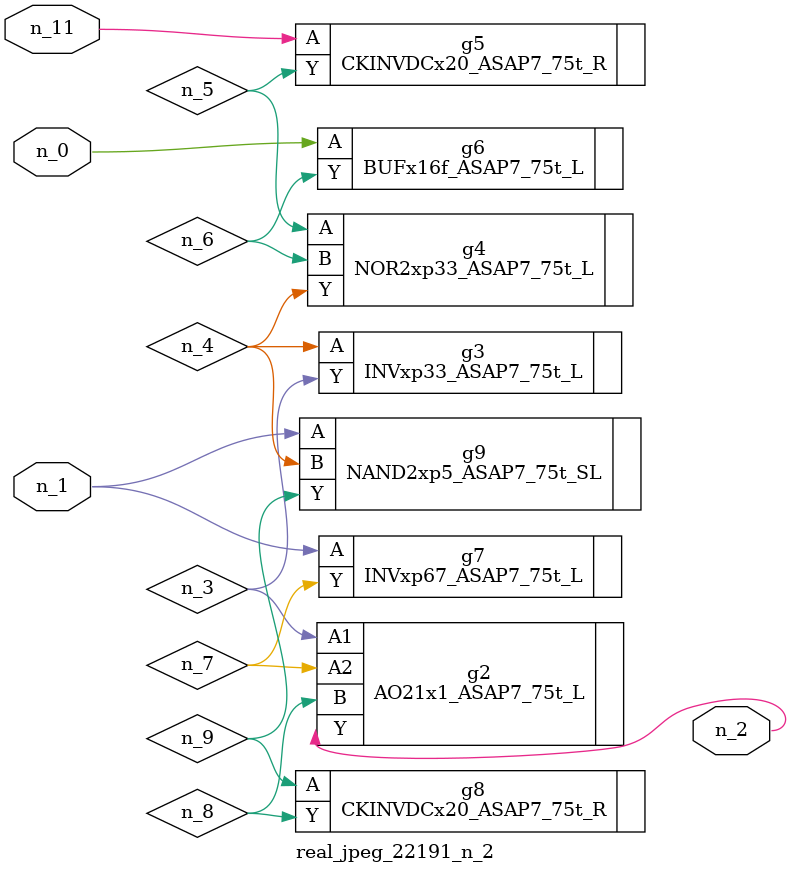
<source format=v>
module real_jpeg_22191_n_2 (n_1, n_11, n_0, n_2);

input n_1;
input n_11;
input n_0;

output n_2;

wire n_5;
wire n_4;
wire n_8;
wire n_6;
wire n_7;
wire n_3;
wire n_9;

BUFx16f_ASAP7_75t_L g6 ( 
.A(n_0),
.Y(n_6)
);

INVxp67_ASAP7_75t_L g7 ( 
.A(n_1),
.Y(n_7)
);

NAND2xp5_ASAP7_75t_SL g9 ( 
.A(n_1),
.B(n_4),
.Y(n_9)
);

AO21x1_ASAP7_75t_L g2 ( 
.A1(n_3),
.A2(n_7),
.B(n_8),
.Y(n_2)
);

INVxp33_ASAP7_75t_L g3 ( 
.A(n_4),
.Y(n_3)
);

NOR2xp33_ASAP7_75t_L g4 ( 
.A(n_5),
.B(n_6),
.Y(n_4)
);

CKINVDCx20_ASAP7_75t_R g8 ( 
.A(n_9),
.Y(n_8)
);

CKINVDCx20_ASAP7_75t_R g5 ( 
.A(n_11),
.Y(n_5)
);


endmodule
</source>
